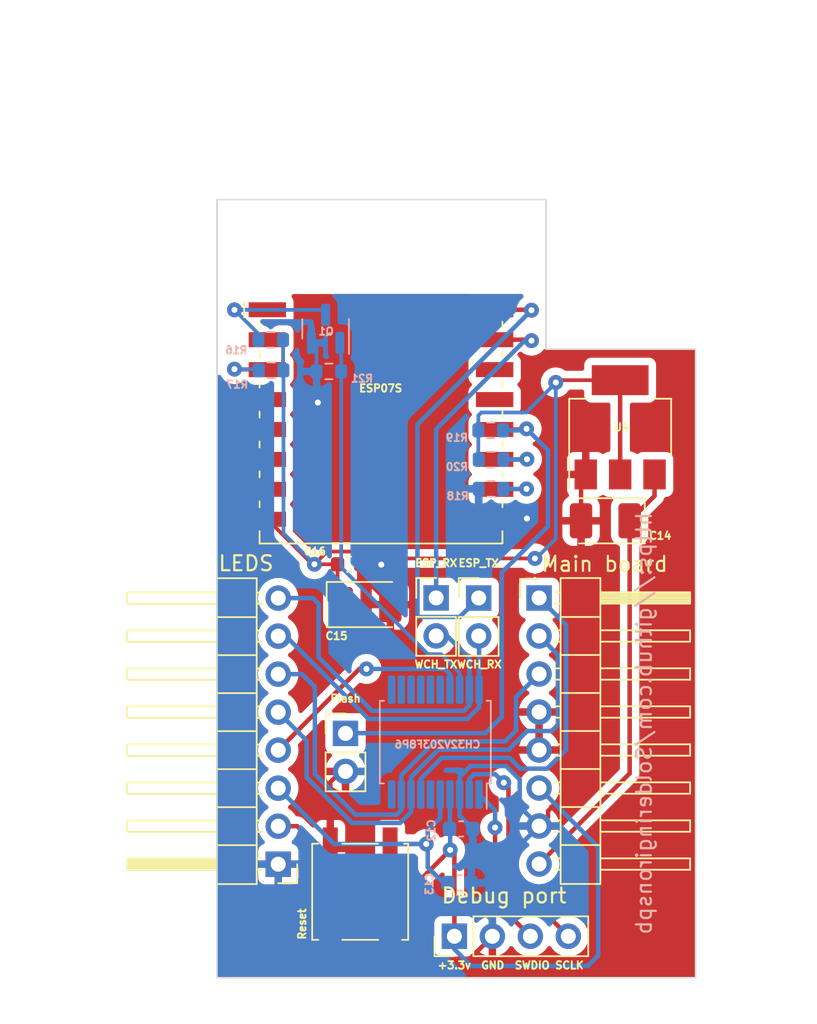
<source format=kicad_pcb>
(kicad_pcb (version 20221018) (generator pcbnew)
  (layers (0 "F.Cu" signal) (31 "B.Cu" signal) (34 "B.Paste" user) (35 "F.Paste" user) (36 "B.SilkS" user "B.Silkscreen") (37 "F.SilkS" user "F.Silkscreen") (38 "B.Mask" user) (39 "F.Mask" user) (44 "Edge.Cuts" user))
  (net 0 "")
  (net 1 "+5V")
  (net 2 "GND")
  (net 3 "+3V3")
  (net 4 "Net-(CH32V203F8P1-NRST)")
  (net 5 "Rx")
  (net 6 "SWDIO")
  (net 7 "SCLK")
  (net 9 "RO{slash}DI")
  (net 10 "Tx")
  (net 18 "Net-(CH32V203F8P1-PB15)")
  (net 19 "PA8")
  (net 20 "PA9")
  (net 21 "PA10")
  (net 22 "+3.3V")
  (net 23 "Net-(Q1-D)")
  (net 24 "Net-(U3-EN)")
  (net 25 "Net-(U3-GPIO15)")
  (net 26 "Net-(U3-GPIO0)")
  (net 27 "Net-(U3-GPIO2)")
  (net 35 "ESP_UART_Rx")
  (net 36 "ESP_UART_Tx")
  (footprint "Connector_PinHeader_2.54mm:PinHeader_1x02_P2.54mm_Vertical" (layer "F.Cu") (at 200.7616 91.1048)
    (fp_text reference "ESP_RX" (at 0 -2.33) (layer "F.SilkS") (effects (font (size 0.5 0.5) (thickness 0.125))))
    (fp_text value "PinHeader_1x02_P2.54mm_Vertical")
    (pad "1" thru_hole rect (at 0 0) (size 1.7 1.7) (drill 1) (layers "*.Cu" "*.Mask") (net 35 "ESP_UART_Rx"))
    (pad "2" thru_hole oval (at 0 2.54) (size 1.7 1.7) (drill 1) (layers "*.Cu" "*.Mask") (net 20 "PA9"))
  )
  (footprint "Button_Switch_SMD:SW_Push_1P1T_NO_CK_KSC6xxJ" (layer "F.Cu") (at 195.6816 110.744 90)
    (fp_text reference "Reset" (at -2.156 -3.8816 270) (layer "F.SilkS") (effects (font (size 0.5 0.5) (thickness 0.125))))
    (fp_text value "Reset")
    (pad "1" smd rect (at -2.9 -2 90) (size 2.8 1) (layers "F.Cu" "F.Paste" "F.Mask") (net 2 "GND"))
    (pad "1" smd rect (at 2.9 -2 90) (size 2.8 1) (layers "F.Cu" "F.Paste" "F.Mask") (net 2 "GND"))
    (pad "2" smd rect (at -2.9 2 90) (size 2.8 1) (layers "F.Cu" "F.Paste" "F.Mask") (net 4 "Net-(CH32V203F8P1-NRST)"))
    (pad "2" smd rect (at 2.9 2 90) (size 2.8 1) (layers "F.Cu" "F.Paste" "F.Mask") (net 4 "Net-(CH32V203F8P1-NRST)"))
  )
  (footprint "Connector_PinHeader_2.54mm:PinHeader_1x02_P2.54mm_Vertical" (layer "F.Cu") (at 194.7 100.16)
    (fp_text reference "Flash" (at 0 -2.33) (layer "F.SilkS") (effects (font (size 0.5 0.5) (thickness 0.125))))
    (fp_text value "PinHeader_1x02_P2.54mm_Vertical")
    (pad "1" thru_hole rect (at 0 0) (size 1.7 1.7) (drill 1) (layers "*.Cu" "*.Mask") (net 26 "Net-(U3-GPIO0)"))
    (pad "2" thru_hole oval (at 0 2.54) (size 1.7 1.7) (drill 1) (layers "*.Cu" "*.Mask") (net 2 "GND"))
  )
  (footprint "Capacitor_Tantalum_SMD:CP_EIA-3528-21_Kemet-B_Pad1.50x2.35mm_HandSolder" (layer "F.Cu") (at 212.0766 85.9532 180)
    (fp_text reference "C14" (at -3.6734 -0.9968) (layer "F.SilkS") (effects (font (size 0.5 0.5) (thickness 0.125))))
    (fp_text value "47uF")
    (pad "1" smd roundrect (at -1.625 0 180) (size 1.5 2.35) (layers "F.Cu" "F.Paste" "F.Mask") (roundrect_rratio 0.1666673333) (net 1 "+5V"))
    (pad "2" smd roundrect (at 1.625 0 180) (size 1.5 2.35) (layers "F.Cu" "F.Paste" "F.Mask") (roundrect_rratio 0.1666673333) (net 2 "GND"))
  )
  (footprint "Package_TO_SOT_SMD:SOT-223-3_TabPin2" (layer "F.Cu") (at 213.0666 79.7048 90)
    (fp_text reference "U4" (at 0.0048 0.0834 180) (layer "F.SilkS") (effects (font (size 0.5 0.5) (thickness 0.125))))
    (fp_text value "AMS1117-3.3")
    (pad "1" smd rect (at -3.15 -2.3 90) (size 2 1.5) (layers "F.Cu" "F.Paste" "F.Mask") (net 2 "GND"))
    (pad "2" smd rect (at -3.15 0 90) (size 2 1.5) (layers "F.Cu" "F.Paste" "F.Mask") (net 22 "+3.3V"))
    (pad "2" smd rect (at 3.15 0 90) (size 2 3.8) (layers "F.Cu" "F.Paste" "F.Mask") (net 22 "+3.3V"))
    (pad "3" smd rect (at -3.15 2.3 90) (size 2 1.5) (layers "F.Cu" "F.Paste" "F.Mask") (net 1 "+5V"))
  )
  (footprint "Capacitor_Tantalum_SMD:CP_EIA-3528-21_Kemet-B_Pad1.50x2.35mm_HandSolder" (layer "F.Cu") (at 196.075 91.55)
    (fp_text reference "C15" (at -1.975 2.1) (layer "F.SilkS") (effects (font (size 0.5 0.5) (thickness 0.125))))
    (fp_text value "47uF")
    (pad "1" smd roundrect (at -1.625 0) (size 1.5 2.35) (layers "F.Cu" "F.Paste" "F.Mask") (roundrect_rratio 0.1666673333) (net 22 "+3.3V"))
    (pad "2" smd roundrect (at 1.625 0) (size 1.5 2.35) (layers "F.Cu" "F.Paste" "F.Mask") (roundrect_rratio 0.1666673333) (net 2 "GND"))
  )
  (footprint "Connector_PinHeader_2.54mm:PinHeader_1x04_P2.54mm_Vertical" (layer "F.Cu") (at 201.9808 113.7158 90)
    (fp_text reference "Debug port" (at 2.7158 3.3192 180) (layer "F.SilkS"))
    (fp_text value "Debug")
    (pad "1" thru_hole rect (at 0 0 90) (size 1.7 1.7) (drill 1) (layers "*.Cu" "*.Mask") (net 3 "+3V3"))
    (pad "2" thru_hole oval (at 0 2.54 90) (size 1.7 1.7) (drill 1) (layers "*.Cu" "*.Mask") (net 2 "GND"))
    (pad "3" thru_hole oval (at 0 5.08 90) (size 1.7 1.7) (drill 1) (layers "*.Cu" "*.Mask") (net 6 "SWDIO"))
    (pad "4" thru_hole oval (at 0 7.62 90) (size 1.7 1.7) (drill 1) (layers "*.Cu" "*.Mask") (net 7 "SCLK"))
  )
  (footprint "Capacitor_SMD:C_0603_1608Metric" (layer "F.Cu") (at 194.9444 88.8576)
    (fp_text reference "C16" (at -2.2944 -0.8576) (layer "F.SilkS") (effects (font (size 0.5 0.5) (thickness 0.125))))
    (fp_text value "100nF")
    (pad "1" smd roundrect (at -0.775 0) (size 0.9 0.95) (layers "F.Cu" "F.Paste" "F.Mask") (net 22 "+3.3V"))
    (pad "2" smd roundrect (at 0.775 0) (size 0.9 0.95) (layers "F.Cu" "F.Paste" "F.Mask") (net 2 "GND"))
  )
  (footprint "Connector_PinHeader_2.54mm:PinHeader_1x08_P2.54mm_Horizontal" (layer "F.Cu") (at 207.645 91.1098)
    (fp_text reference "Main board" (at 4.385 -2.27) (layer "F.SilkS"))
    (fp_text value "PinHeader_1x08_P2.54mm_Horizontal")
    (pad "1" thru_hole rect (at 0 0) (size 1.7 1.7) (drill 1) (layers "*.Cu" "*.Mask") (net 9 "RO{slash}DI"))
    (pad "2" thru_hole oval (at 0 2.54) (size 1.7 1.7) (drill 1) (layers "*.Cu" "*.Mask") (net 10 "Tx"))
    (pad "3" thru_hole oval (at 0 5.08) (size 1.7 1.7) (drill 1) (layers "*.Cu" "*.Mask") (net 5 "Rx"))
    (pad "4" thru_hole oval (at 0 7.62) (size 1.7 1.7) (drill 1) (layers "*.Cu" "*.Mask") (net 2 "GND"))
    (pad "5" thru_hole oval (at 0 10.16) (size 1.7 1.7) (drill 1) (layers "*.Cu" "*.Mask") (net 2 "GND"))
    (pad "6" thru_hole oval (at 0 12.7) (size 1.7 1.7) (drill 1) (layers "*.Cu" "*.Mask") (net 3 "+3V3"))
    (pad "7" thru_hole oval (at 0 15.24) (size 1.7 1.7) (drill 1) (layers "*.Cu" "*.Mask") (net 2 "GND"))
    (pad "8" thru_hole oval (at 0 17.78) (size 1.7 1.7) (drill 1) (layers "*.Cu" "*.Mask") (net 1 "+5V"))
  )
  (footprint "Connector_PinHeader_2.54mm:PinHeader_1x08_P2.54mm_Horizontal" (layer "F.Cu") (at 190.2 108.9 180)
    (fp_text reference "LEDS" (at 2.15 20.1 180) (layer "F.SilkS"))
    (fp_text value "PinHeader_1x08_P2.54mm_Horizontal")
    (pad "1" thru_hole rect (at 0 0 180) (size 1.7 1.7) (drill 1) (layers "*.Cu" "*.Mask") (net 2 "GND"))
    (pad "2" thru_hole oval (at 0 2.54 180) (size 1.7 1.7) (drill 1) (layers "*.Cu" "*.Mask") (net 3 "+3V3"))
    (pad "3" thru_hole oval (at 0 5.08 180) (size 1.7 1.7) (drill 1) (layers "*.Cu" "*.Mask") (net 4 "Net-(CH32V203F8P1-NRST)"))
    (pad "4" thru_hole oval (at 0 7.62 180) (size 1.7 1.7) (drill 1) (layers "*.Cu" "*.Mask") (net 18 "Net-(CH32V203F8P1-PB15)"))
    (pad "5" thru_hole oval (at 0 10.16 180) (size 1.7 1.7) (drill 1) (layers "*.Cu" "*.Mask") (net 10 "Tx"))
    (pad "6" thru_hole oval (at 0 12.7 180) (size 1.7 1.7) (drill 1) (layers "*.Cu" "*.Mask") (net 5 "Rx"))
    (pad "7" thru_hole oval (at 0 15.24 180) (size 1.7 1.7) (drill 1) (layers "*.Cu" "*.Mask") (net 21 "PA10"))
    (pad "8" thru_hole oval (at 0 17.78 180) (size 1.7 1.7) (drill 1) (layers "*.Cu" "*.Mask") (net 20 "PA9"))
  )
  (footprint "RF_Module:ESP-07" (layer "F.Cu") (at 197.0732 76.751)
    (fp_text reference "ESP07S" (at -0.0232 0.349) (layer "F.SilkS") (effects (font (size 0.5 0.5) (thickness 0.125))))
    (fp_text value "ESP-07")
    (pad "1" smd rect (at -7.6 -4.9) (size 2.5 1) (layers "F.Cu" "F.Paste" "F.Mask") (net 23 "Net-(Q1-D)"))
    (pad "2" smd rect (at -7.6 -2.9) (size 2.5 1) (layers "F.Cu" "F.Paste" "F.Mask"))
    (pad "3" smd rect (at -7.6 -0.9) (size 2.5 1) (layers "F.Cu" "F.Paste" "F.Mask") (net 24 "Net-(U3-EN)"))
    (pad "4" smd rect (at -7.6 1.1) (size 2.5 1) (layers "F.Cu" "F.Paste" "F.Mask"))
    (pad "5" smd rect (at -7.6 3.1) (size 2.5 1) (layers "F.Cu" "F.Paste" "F.Mask"))
    (pad "6" smd rect (at -7.6 5.1) (size 2.5 1) (layers "F.Cu" "F.Paste" "F.Mask"))
    (pad "7" smd rect (at -7.6 7.1) (size 2.5 1) (layers "F.Cu" "F.Paste" "F.Mask"))
    (pad "8" smd rect (at -7.6 9.1) (size 2.5 1) (layers "F.Cu" "F.Paste" "F.Mask") (net 22 "+3.3V"))
    (pad "9" smd rect (at 7.6 9.1) (size 2.5 1) (layers "F.Cu" "F.Paste" "F.Mask") (net 2 "GND"))
    (pad "10" smd rect (at 7.6 7.1) (size 2.5 1) (layers "F.Cu" "F.Paste" "F.Mask") (net 25 "Net-(U3-GPIO15)"))
    (pad "11" smd rect (at 7.6 5.1) (size 2.5 1) (layers "F.Cu" "F.Paste" "F.Mask") (net 27 "Net-(U3-GPIO2)"))
    (pad "12" smd rect (at 7.6 3.1) (size 2.5 1) (layers "F.Cu" "F.Paste" "F.Mask") (net 26 "Net-(U3-GPIO0)"))
    (pad "13" smd rect (at 7.6 1.1) (size 2.5 1) (layers "F.Cu" "F.Paste" "F.Mask"))
    (pad "14" smd rect (at 7.6 -0.9) (size 2.5 1) (layers "F.Cu" "F.Paste" "F.Mask"))
    (pad "15" smd rect (at 7.6 -2.9) (size 2.5 1) (layers "F.Cu" "F.Paste" "F.Mask") (net 35 "ESP_UART_Rx"))
    (pad "16" smd rect (at 7.6 -4.9) (size 2.5 1) (layers "F.Cu" "F.Paste" "F.Mask") (net 36 "ESP_UART_Tx"))
    (zone (net 0) (net_name "") (layers "*.Cu") (connect_pads (clearance 0)) (min_thickness 0.254)
      (keepout (tracks not_allowed) (vias not_allowed) (pads not_allowed) (copperpour not_allowed) (footprints not_allowed))
      (fill (thermal_gap 0.508) (thermal_bridge_width 0.508))
      (polygon (pts (xy 174.0732 70.751) (xy 220.0732 70.751) (xy 220.0732 51.151) (xy 174.0732 51.151)))
    )
  )
  (footprint "Connector_PinHeader_2.54mm:PinHeader_1x02_P2.54mm_Vertical" (layer "F.Cu") (at 203.6064 91.1098)
    (fp_text reference "ESP_TX" (at 0 -2.33) (layer "F.SilkS") (effects (font (size 0.5 0.5) (thickness 0.125))))
    (fp_text value "PinHeader_1x02_P2.54mm_Vertical")
    (pad "1" thru_hole rect (at 0 0) (size 1.7 1.7) (drill 1) (layers "*.Cu" "*.Mask") (net 36 "ESP_UART_Tx"))
    (pad "2" thru_hole oval (at 0 2.54) (size 1.7 1.7) (drill 1) (layers "*.Cu" "*.Mask") (net 21 "PA10"))
  )
  (footprint "Resistor_SMD:R_0603_1608Metric" (layer "B.Cu") (at 204.4324 83.82 180)
    (fp_text reference "R18" (at 2.2324 -0.48) (layer "B.SilkS") (effects (font (size 0.5 0.5) (thickness 0.125)) (justify mirror)))
    (fp_text value "10k")
    (pad "1" smd roundrect (at -0.825 0 180) (size 0.8 0.95) (layers "B.Cu" "B.Paste" "B.Mask") (net 25 "Net-(U3-GPIO15)"))
    (pad "2" smd roundrect (at 0.825 0 180) (size 0.8 0.95) (layers "B.Cu" "B.Paste" "B.Mask") (net 2 "GND"))
  )
  (footprint "Package_TO_SOT_SMD:SOT-23" (layer "B.Cu") (at 193.3702 73.1266 90)
    (fp_text reference "Q1" (at -0.1734 0.0298 180) (layer "B.SilkS") (effects (font (size 0.5 0.5) (thickness 0.125)) (justify mirror)))
    (fp_text value "IRLML0060")
    (pad "1" smd roundrect (at -0.9375 0.95 90) (size 1.475 0.6) (layers "B.Cu" "B.Paste" "B.Mask") (net 19 "PA8"))
    (pad "2" smd roundrect (at -0.9375 -0.95 90) (size 1.475 0.6) (layers "B.Cu" "B.Paste" "B.Mask") (net 2 "GND"))
    (pad "3" smd roundrect (at 0.9375 0 90) (size 1.475 0.6) (layers "B.Cu" "B.Paste" "B.Mask") (net 23 "Net-(Q1-D)"))
  )
  (footprint "Package_SO:SSOP-20_5.3x7.2mm_P0.65mm" (layer "B.Cu") (at 200.7068 100.7416 90)
    (fp_text reference "CH32V203F8P6" (at -0.1584 0.1432 180) (layer "B.SilkS") (effects (font (size 0.5 0.5) (thickness 0.125)) (justify mirror)))
    (fp_text value "~")
    (pad "1" smd roundrect (at -3.5 2.925 90) (size 1.9 0.5) (layers "B.Cu" "B.Paste" "B.Mask") (net 6 "SWDIO"))
    (pad "2" smd roundrect (at -3.5 2.275 90) (size 1.9 0.5) (layers "B.Cu" "B.Paste" "B.Mask") (net 7 "SCLK"))
    (pad "3" smd roundrect (at -3.5 1.625 90) (size 1.9 0.5) (layers "B.Cu" "B.Paste" "B.Mask") (net 2 "GND"))
    (pad "4" smd roundrect (at -3.5 0.975 90) (size 1.9 0.5) (layers "B.Cu" "B.Paste" "B.Mask") (net 3 "+3V3"))
    (pad "5" smd roundrect (at -3.5 0.325 90) (size 1.9 0.5) (layers "B.Cu" "B.Paste" "B.Mask") (net 4 "Net-(CH32V203F8P1-NRST)"))
    (pad "6" smd roundrect (at -3.5 -0.325 90) (size 1.9 0.5) (layers "B.Cu" "B.Paste" "B.Mask"))
    (pad "7" smd roundrect (at -3.5 -0.975 90) (size 1.9 0.5) (layers "B.Cu" "B.Paste" "B.Mask") (net 9 "RO{slash}DI"))
    (pad "8" smd roundrect (at -3.5 -1.625 90) (size 1.9 0.5) (layers "B.Cu" "B.Paste" "B.Mask") (net 10 "Tx"))
    (pad "9" smd roundrect (at -3.5 -2.275 90) (size 1.9 0.5) (layers "B.Cu" "B.Paste" "B.Mask") (net 5 "Rx"))
    (pad "10" smd roundrect (at -3.5 -2.925 90) (size 1.9 0.5) (layers "B.Cu" "B.Paste" "B.Mask"))
    (pad "11" smd roundrect (at 3.5 -2.925 90) (size 1.9 0.5) (layers "B.Cu" "B.Paste" "B.Mask"))
    (pad "12" smd roundrect (at 3.5 -2.275 90) (size 1.9 0.5) (layers "B.Cu" "B.Paste" "B.Mask"))
    (pad "13" smd roundrect (at 3.5 -1.625 90) (size 1.9 0.5) (layers "B.Cu" "B.Paste" "B.Mask"))
    (pad "14" smd roundrect (at 3.5 -0.975 90) (size 1.9 0.5) (layers "B.Cu" "B.Paste" "B.Mask"))
    (pad "15" smd roundrect (at 3.5 -0.325 90) (size 1.9 0.5) (layers "B.Cu" "B.Paste" "B.Mask"))
    (pad "16" smd roundrect (at 3.5 0.325 90) (size 1.9 0.5) (layers "B.Cu" "B.Paste" "B.Mask"))
    (pad "17" smd roundrect (at 3.5 0.975 90) (size 1.9 0.5) (layers "B.Cu" "B.Paste" "B.Mask") (net 18 "Net-(CH32V203F8P1-PB15)"))
    (pad "18" smd roundrect (at 3.5 1.625 90) (size 1.9 0.5) (layers "B.Cu" "B.Paste" "B.Mask") (net 19 "PA8"))
    (pad "19" smd roundrect (at 3.5 2.275 90) (size 1.9 0.5) (layers "B.Cu" "B.Paste" "B.Mask") (net 20 "PA9"))
    (pad "20" smd roundrect (at 3.5 2.925 90) (size 1.9 0.5) (layers "B.Cu" "B.Paste" "B.Mask") (net 21 "PA10"))
  )
  (footprint "Resistor_SMD:R_0603_1608Metric" (layer "B.Cu") (at 189.7258 75.8952 180)
    (fp_text reference "R17" (at 2.2758 -0.9548) (layer "B.SilkS") (effects (font (size 0.5 0.5) (thickness 0.125)) (justify mirror)))
    (fp_text value "10k")
    (pad "1" smd roundrect (at -0.825 0 180) (size 0.8 0.95) (layers "B.Cu" "B.Paste" "B.Mask") (net 22 "+3.3V"))
    (pad "2" smd roundrect (at 0.825 0 180) (size 0.8 0.95) (layers "B.Cu" "B.Paste" "B.Mask") (net 24 "Net-(U3-EN)"))
  )
  (footprint "Resistor_SMD:R_0603_1608Metric" (layer "B.Cu") (at 204.407 79.9084)
    (fp_text reference "R19" (at -2.257 0.4916) (layer "B.SilkS") (effects (font (size 0.5 0.5) (thickness 0.125)) (justify mirror)))
    (fp_text value "10k")
    (pad "1" smd roundrect (at -0.825 0) (size 0.8 0.95) (layers "B.Cu" "B.Paste" "B.Mask") (net 22 "+3.3V"))
    (pad "2" smd roundrect (at 0.825 0) (size 0.8 0.95) (layers "B.Cu" "B.Paste" "B.Mask") (net 26 "Net-(U3-GPIO0)"))
  )
  (footprint "Resistor_SMD:R_0603_1608Metric" (layer "B.Cu") (at 193.5866 75.9714 180)
    (fp_text reference "R21" (at -2.2134 -0.4786) (layer "B.SilkS") (effects (font (size 0.5 0.5) (thickness 0.125)) (justify mirror)))
    (fp_text value "10k")
    (pad "1" smd roundrect (at -0.825 0 180) (size 0.8 0.95) (layers "B.Cu" "B.Paste" "B.Mask") (net 19 "PA8"))
    (pad "2" smd roundrect (at 0.825 0 180) (size 0.8 0.95) (layers "B.Cu" "B.Paste" "B.Mask") (net 2 "GND"))
  )
  (footprint "Resistor_SMD:R_0603_1608Metric" (layer "B.Cu") (at 204.4324 81.8642)
    (fp_text reference "R20" (at -2.2824 0.4858) (layer "B.SilkS") (effects (font (size 0.5 0.5) (thickness 0.125)) (justify mirror)))
    (fp_text value "10k")
    (pad "1" smd roundrect (at -0.825 0) (size 0.8 0.95) (layers "B.Cu" "B.Paste" "B.Mask") (net 22 "+3.3V"))
    (pad "2" smd roundrect (at 0.825 0) (size 0.8 0.95) (layers "B.Cu" "B.Paste" "B.Mask") (net 27 "Net-(U3-GPIO2)"))
  )
  (footprint "Capacitor_SMD:C_0603_1608Metric" (layer "B.Cu") (at 202.4318 106.5416)
    (fp_text reference "C12" (at -1.9888 0.0972 90) (layer "B.SilkS") (effects (font (size 0.5 0.5) (thickness 0.125)) (justify mirror)))
    (fp_text value "100nF")
    (pad "1" smd roundrect (at -0.775 0) (size 0.9 0.95) (layers "B.Cu" "B.Paste" "B.Mask") (net 3 "+3V3"))
    (pad "2" smd roundrect (at 0.775 0) (size 0.9 0.95) (layers "B.Cu" "B.Paste" "B.Mask") (net 2 "GND"))
  )
  (footprint "Capacitor_SMD:C_0603_1608Metric" (layer "B.Cu") (at 202.325 110.15)
    (fp_text reference "C13" (at -2.0142 0.0736 90) (layer "B.SilkS") (effects (font (size 0.5 0.5) (thickness 0.125)) (justify mirror)))
    (fp_text value "100nF")
    (pad "1" smd roundrect (at -0.775 0) (size 0.9 0.95) (layers "B.Cu" "B.Paste" "B.Mask") (net 4 "Net-(CH32V203F8P1-NRST)"))
    (pad "2" smd roundrect (at 0.775 0) (size 0.9 0.95) (layers "B.Cu" "B.Paste" "B.Mask") (net 2 "GND"))
  )
  (footprint "Resistor_SMD:R_0603_1608Metric" (layer "B.Cu") (at 189.7004 73.8632 180)
    (fp_text reference "R16" (at 2.3004 -0.6868) (layer "B.SilkS") (effects (font (size 0.5 0.5) (thickness 0.125)) (justify mirror)))
    (fp_text value "10k")
    (pad "1" smd roundrect (at -0.825 0 180) (size 0.8 0.95) (layers "B.Cu" "B.Paste" "B.Mask") (net 22 "+3.3V"))
    (pad "2" smd roundrect (at 0.825 0 180) (size 0.8 0.95) (layers "B.Cu" "B.Paste" "B.Mask") (net 23 "Net-(Q1-D)"))
  )
  (gr_line (start 218.1058 116.4844) (end 218.1058 74.4844) (stroke (width 0.1)) (layer "Edge.Cuts"))
  (gr_line (start 208.1058 74.4844) (end 208.1058 64.4844) (stroke (width 0.1)) (layer "Edge.Cuts"))
  (gr_line (start 208.1058 64.4844) (end 186.1058 64.4844) (stroke (width 0.1)) (layer "Edge.Cuts"))
  (gr_line (start 218.1058 74.4844) (end 208.1058 74.4844) (stroke (width 0.1)) (layer "Edge.Cuts"))
  (gr_line (start 186.1058 66.4844) (end 186.1058 74.4844) (stroke (width 0.1)) (layer "Edge.Cuts"))
  (gr_line (start 186.1058 116.4844) (end 186.1058 74.4844) (stroke (width 0.1)) (layer "Edge.Cuts"))
  (gr_line (start 186.1058 64.4844) (end 186.1058 66.4844) (stroke (width 0.1)) (layer "Edge.Cuts"))
  (gr_line (start 186.1058 116.4844) (end 218.1058 116.4844) (stroke (width 0.1)) (layer "Edge.Cuts"))
  (gr_text "https://github.com/Solderingironspb" (at 215.25 85.3 90) (layer "B.SilkS") (effects (font (size 1 1)) (justify left bottom mirror)))
  (gr_text "WCH_RX" (at 203.65 95.55) (layer "F.SilkS") (effects (font (size 0.5 0.5) (thickness 0.125))))
  (gr_text "+3.3v" (at 200.8 115.95) (layer "F.SilkS") (effects (font (size 0.5 0.5) (thickness 0.125)) (justify left bottom)))
  (gr_text "WCH_TX" (at 200.75 95.55) (layer "F.SilkS") (effects (font (size 0.5 0.5) (thickness 0.125))))
  (gr_text "GND" (at 203.7 115.95) (layer "F.SilkS") (effects (font (size 0.5 0.5) (thickness 0.125)) (justify left bottom)))
  (gr_text "SCLK" (at 208.65 115.95) (layer "F.SilkS") (effects (font (size 0.5 0.5) (thickness 0.125)) (justify left bottom)))
  (gr_text "SWDIO" (at 205.95 115.95) (layer "F.SilkS") (effects (font (size 0.5 0.5) (thickness 0.125)) (justify left bottom)))
  (segment (start 213.7016 85.9532) (end 215.3666 84.2882) (width 0.3) (layer "F.Cu") (net 1))
  (segment (start 207.645 108.8898) (end 213.7016 102.8332) (width 0.3) (layer "F.Cu") (net 1))
  (segment (start 213.7016 102.8332) (end 213.7016 85.9532) (width 0.3) (layer "F.Cu") (net 1))
  (segment (start 215.3666 84.2882) (end 215.3666 82.8548) (width 0.3) (layer "F.Cu") (net 1))
  (segment (start 193.9 115.8) (end 193.6816 115.5816) (width 0.3) (layer "F.Cu") (net 2))
  (segment (start 204.6732 85.851) (end 200.751 85.851) (width 0.3) (layer "F.Cu") (net 2))
  (segment (start 204.6732 85.851) (end 206.8322 85.8012) (width 0.3) (layer "F.Cu") (net 2))
  (segment (start 195.7194 88.8576) (end 195.7194 89.5694) (width 0.25) (layer "F.Cu") (net 2))
  (segment (start 210.3494 85.851) (end 210.4516 85.9532) (width 0.3) (layer "F.Cu") (net 2))
  (segment (start 192.95 78.05) (end 192.85 78.05) (width 0.3) (layer "F.Cu") (net 2))
  (segment (start 207.645 98.7298) (end 203.2798 98.7298) (width 0.3) (layer "F.Cu") (net 2))
  (segment (start 193.6816 103.4184) (end 194.75 102.35) (width 0.3) (layer "F.Cu") (net 2))
  (segment (start 210.4516 83.1698) (end 210.7666 82.8548) (width 0.3) (layer "F.Cu") (net 2))
  (segment (start 200.751 85.851) (end 192.95 78.05) (width 0.3) (layer "F.Cu") (net 2))
  (segment (start 210.4516 103.13848) (end 210.4516 85.9532) (width 0.3) (layer "F.Cu") (net 2))
  (segment (start 207.645 106.3498) (end 208.243568 105.751232) (width 0.3) (layer "F.Cu") (net 2))
  (segment (start 190.2 110.1624) (end 193.6816 113.644) (width 0.3) (layer "F.Cu") (net 2))
  (segment (start 202.4366 115.8) (end 193.9 115.8) (width 0.3) (layer "F.Cu") (net 2))
  (segment (start 197.7 93.15) (end 197.7 91.55) (width 0.3) (layer "F.Cu") (net 2))
  (segment (start 204.5208 113.7158) (end 202.4366 115.8) (width 0.3) (layer "F.Cu") (net 2))
  (segment (start 206.8058 85.851) (end 206.8068 85.852) (width 0.3) (layer "F.Cu") (net 2))
  (segment (start 206.9842 85.9532) (end 206.8322 85.8012) (width 0.3) (layer "F.Cu") (net 2))
  (segment (start 195.7194 88.8576) (end 197.0656 88.8576) (width 0.25) (layer "F.Cu") (net 2))
  (segment (start 195.7194 89.5694) (end 197.7 91.55) (width 0.25) (layer "F.Cu") (net 2))
  (segment (start 206.8322 85.8012) (end 206.8058 85.851) (width 0.3) (layer "F.Cu") (net 2))
  (segment (start 203.2798 98.7298) (end 197.7 93.15) (width 0.3) (layer "F.Cu") (net 2))
  (segment (start 210.4516 85.9532) (end 210.4516 83.1698) (width 0.3) (layer "F.Cu") (net 2))
  (segment (start 208.243568 105.751232) (end 208.243568 105.346512) (width 0.3) (layer "F.Cu") (net 2))
  (segment (start 192.85 77.95) (end 192.925 78.025) (width 0.3) (layer "F.Cu") (net 2))
  (segment (start 204.8012 85.979) (end 204.6732 85.851) (width 0.3) (layer "F.Cu") (net 2))
  (segment (start 193.6816 107.844) (end 193.6816 103.4184) (width 0.3) (layer "F.Cu") (net 2))
  (segment (start 197.0656 88.8576) (end 197.091 88.883) (width 0.25) (layer "F.Cu") (net 2))
  (segment (start 210.4516 85.9532) (end 206.9842 85.9532) (width 0.3) (layer "F.Cu") (net 2))
  (segment (start 193.6816 115.5816) (end 193.6816 113.644) (width 0.3) (layer "F.Cu") (net 2))
  (segment (start 192.85 78.05) (end 192.85 77.95) (width 0.3) (layer "F.Cu") (net 2))
  (segment (start 190.2 108.9) (end 190.2 110.1624) (width 0.3) (layer "F.Cu") (net 2))
  (segment (start 208.243568 105.346512) (end 210.4516 103.13848) (width 0.3) (layer "F.Cu") (net 2))
  (via (at 197.091 88.883) (size 1) (drill 0.4) (layers "F.Cu" "B.Cu") (net 2))
  (via (at 206.8322 85.8012) (size 1) (drill 0.4) (layers "F.Cu" "B.Cu") (net 2))
  (via (at 192.85 78.05) (size 1) (drill 0.4) (layers "F.Cu" "B.Cu") (net 2))
  (segment (start 202.3318 105.6666) (end 203.2068 106.5416) (width 0.3) (layer "B.Cu") (net 2))
  (segment (start 203.6074 83.82) (end 203.6074 84.8624) (width 0.3) (layer "B.Cu") (net 2))
  (segment (start 203.1 110.15) (end 203.1 111.25) (width 0.3) (layer "B.Cu") (net 2))
  (segment (start 202.3318 103.071321) (end 203.061521 102.3416) (width 0.3) (layer "B.Cu") (net 2))
  (segment (start 204.5462 85.8012) (end 206.8322 85.8012) (width 0.3) (layer "B.Cu") (net 2))
  (segment (start 192.7616 77.9616) (end 192.85 78.05) (width 0.25) (layer "B.Cu") (net 2))
  (segment (start 197.091 88.8068) (end 197.091 88.883) (width 0.25) (layer "B.Cu") (net 2))
  (segment (start 205.442993 102.3416) (end 206.35 103.248607) (width 0.3) (layer "B.Cu") (net 2))
  (segment (start 192.7616 75.9714) (end 192.7616 74.4055) (width 0.25) (layer "B.Cu") (net 2))
  (segment (start 203.8448 110.15) (end 207.645 106.3498) (width 0.3) (layer "B.Cu") (net 2))
  (segment (start 202.3318 103.6416) (end 202.3318 105.6666) (width 0.3) (layer "B.Cu") (net 2))
  (segment (start 203.1 111.25) (end 204.5208 112.6708) (width 0.3) (layer "B.Cu") (net 2))
  (segment (start 206.35 103.248607) (end 206.35 105.0548) (width 0.3) (layer "B.Cu") (net 2))
  (segment (start 192.7616 75.9714) (end 192.7616 77.9616) (width 0.25) (layer "B.Cu") (net 2))
  (segment (start 206.35 105.0548) (end 207.645 106.3498) (width 0.3) (layer "B.Cu") (net 2))
  (segment (start 202.3318 104.2416) (end 202.3318 103.071321) (width 0.3) (layer "B.Cu") (net 2))
  (segment (start 192.7616 74.4055) (end 192.4202 74.0641) (width 0.25) (layer "B.Cu") (net 2))
  (segment (start 203.6074 84.8624) (end 204.5462 85.8012) (width 0.3) (layer "B.Cu") (net 2))
  (segment (start 197.091 88.883) (end 197.0148 88.883) (width 0.25) (layer "B.Cu") (net 2))
  (segment (start 197.0148 88.883) (end 197.0402 88.8576) (width 0.25) (layer "B.Cu") (net 2))
  (segment (start 203.1 110.15) (end 203.8448 110.15) (width 0.3) (layer "B.Cu") (net 2))
  (segment (start 204.5208 112.6708) (end 204.5208 113.7158) (width 0.3) (layer "B.Cu") (net 2))
  (segment (start 203.061521 102.3416) (end 205.442993 102.3416) (width 0.3) (layer "B.Cu") (net 2))
  (segment (start 192.567291 110.217291) (end 191.95 109.6) (width 0.3) (layer "F.Cu") (net 3))
  (segment (start 199.432709 110.217291) (end 192.567291 110.217291) (width 0.3) (layer "F.Cu") (net 3))
  (segment (start 191.46 106.36) (end 190.2 106.36) (width 0.3) (layer "F.Cu") (net 3))
  (segment (start 191.95 106.85) (end 191.46 106.36) (width 0.3) (layer "F.Cu") (net 3))
  (segment (start 191.95 109.6) (end 191.95 106.85) (width 0.3) (layer "F.Cu") (net 3))
  (segment (start 201.7 107.95) (end 199.432709 110.217291) (width 0.3) (layer "F.Cu") (net 3))
  (segment (start 201.7 107.95) (end 201.9808 108.2308) (width 0.3) (layer "F.Cu") (net 3))
  (segment (start 201.9808 108.2308) (end 201.9808 113.7158) (width 0.3) (layer "F.Cu") (net 3))
  (via (at 201.7 107.95) (size 1) (drill 0.4) (layers "F.Cu" "B.Cu") (net 3))
  (segment (start 201.7 106.5848) (end 201.6568 106.5416) (width 0.3) (layer "B.Cu") (net 3))
  (segment (start 201.6818 104.2416) (end 201.6818 106.5166) (width 0.3) (layer "B.Cu") (net 3))
  (segment (start 203.1 115.7) (end 210.9 115.7) (width 0.3) (layer "B.Cu") (net 3))
  (segment (start 201.7 107.95) (end 201.7 106.5848) (width 0.3) (layer "B.Cu") (net 3))
  (segment (start 201.9808 113.7158) (end 201.9808 114.5808) (width 0.3) (layer "B.Cu") (net 3))
  (segment (start 201.9808 114.5808) (end 203.1 115.7) (width 0.3) (layer "B.Cu") (net 3))
  (segment (start 211.6 115) (end 211.6 107.7648) (width 0.3) (layer "B.Cu") (net 3))
  (segment (start 201.6818 106.5166) (end 201.6568 106.5416) (width 0.3) (layer "B.Cu") (net 3))
  (segment (start 210.9 115.7) (end 211.6 115) (width 0.3) (layer "B.Cu") (net 3))
  (segment (start 211.6 107.7648) (end 207.645 103.8098) (width 0.3) (layer "B.Cu") (net 3))
  (segment (start 200.1 107.55) (end 197.9756 107.55) (width 0.3) (layer "F.Cu") (net 4))
  (segment (start 197.9756 107.55) (end 197.6816 107.844) (width 0.3) (layer "F.Cu") (net 4))
  (via (at 200.1 107.55) (size 1) (drill 0.4) (layers "F.Cu" "B.Cu") (net 4))
  (segment (start 200.75 109.65) (end 201.25 110.15) (width 0.3) (layer "B.Cu") (net 4))
  (segment (start 201.0318 104.327996) (end 201.0318 103.6416) (width 0.3) (layer "B.Cu") (net 4))
  (segment (start 201.0318 104.2416) (end 201.0318 105.807716) (width 0.3) (layer "B.Cu") (net 4))
  (segment (start 201.0318 105.807716) (end 200.2 106.639516) (width 0.3) (layer "B.Cu") (net 4))
  (segment (start 200.7524 109.6476) (end 200.75 109.65) (width 0.3) (layer "B.Cu") (net 4))
  (segment (start 201.25 110.15) (end 201.55 110.15) (width 0.3) (layer "B.Cu") (net 4))
  (segment (start 200.1 107.55) (end 193.93 107.55) (width 0.3) (layer "B.Cu") (net 4))
  (segment (start 193.93 107.55) (end 190.2 103.82) (width 0.3) (layer "B.Cu") (net 4))
  (segment (start 200.2 106.639516) (end 200.2 107.45) (width 0.3) (layer "B.Cu") (net 4))
  (segment (start 200.2 109.1) (end 200.75 109.65) (width 0.3) (layer "B.Cu") (net 4))
  (segment (start 200.2 107.45) (end 200.1 107.55) (width 0.3) (layer "B.Cu") (net 4))
  (segment (start 200.2 107.65) (end 200.2 109.1) (width 0.3) (layer "B.Cu") (net 4))
  (segment (start 200.1 107.55) (end 200.2 107.65) (width 0.3) (layer "B.Cu") (net 4))
  (segment (start 206.1 99.972182) (end 206.1 97.7348) (width 0.3) (layer "B.Cu") (net 5))
  (segment (start 198.4318 105.284062) (end 198.124262 105.5916) (width 0.3) (layer "B.Cu") (net 5))
  (segment (start 195.369418 105.5916) (end 192.65 102.872182) (width 0.3) (layer "B.Cu") (net 5))
  (segment (start 206.1 97.7348) (end 207.645 96.1898) (width 0.3) (layer "B.Cu") (net 5))
  (segment (start 198.4318 104.2416) (end 198.4318 105.284062) (width 0.3) (layer "B.Cu") (net 5))
  (segment (start 198.4318 102.943504) (end 200.683704 100.6916) (width 0.3) (layer "B.Cu") (net 5))
  (segment (start 192.65 97.05) (end 191.8 96.2) (width 0.3) (layer "B.Cu") (net 5))
  (segment (start 198.4318 104.2416) (end 198.4318 102.943504) (width 0.3) (layer "B.Cu") (net 5))
  (segment (start 198.124262 105.5916) (end 195.369418 105.5916) (width 0.3) (layer "B.Cu") (net 5))
  (segment (start 192.65 102.872182) (end 192.65 97.05) (width 0.3) (layer "B.Cu") (net 5))
  (segment (start 205.380582 100.6916) (end 206.1 99.972182) (width 0.3) (layer "B.Cu") (net 5))
  (segment (start 200.683704 100.6916) (end 205.380582 100.6916) (width 0.3) (layer "B.Cu") (net 5))
  (segment (start 191.8 96.2) (end 190.2 96.2) (width 0.3) (layer "B.Cu") (net 5))
  (segment (start 204.7 111.355) (end 207.0608 113.7158) (width 0.3) (layer "F.Cu") (net 6))
  (segment (start 204.7 106.45) (end 204.7 111.355) (width 0.3) (layer "F.Cu") (net 6))
  (via (at 204.7 106.45) (size 1) (drill 0.4) (layers "F.Cu" "B.Cu") (net 6))
  (segment (start 204.7 105.3098) (end 203.6318 104.2416) (width 0.3) (layer "B.Cu") (net 6))
  (segment (start 204.7 106.45) (end 204.7 105.3098) (width 0.3) (layer "B.Cu") (net 6))
  (segment (start 205.2828 103.4542) (end 205.6 103.7714) (width 0.3) (layer "F.Cu") (net 7))
  (segment (start 205.6 103.7714) (end 205.6 109.715) (width 0.3) (layer "F.Cu") (net 7))
  (segment (start 205.6 109.715) (end 209.6008 113.7158) (width 0.3) (layer "F.Cu") (net 7))
  (via (at 205.2828 103.4542) (size 1) (drill 0.4) (layers "F.Cu" "B.Cu") (net 7))
  (segment (start 205.359 103.4542) (end 205.3082 103.4034) (width 0.3) (layer "B.Cu") (net 7))
  (segment (start 204.7202 102.8916) (end 205.2828 103.4542) (width 0.3) (layer "B.Cu") (net 7))
  (segment (start 203.289338 102.8916) (end 204.7202 102.8916) (width 0.3) (layer "B.Cu") (net 7))
  (segment (start 205.2828 103.4542) (end 205.359 103.4542) (width 0.3) (layer "B.Cu") (net 7))
  (segment (start 205.2828 103.378) (end 205.2828 103.4542) (width 0.3) (layer "B.Cu") (net 7))
  (segment (start 202.9818 103.199139) (end 203.289338 102.8916) (width 0.3) (layer "B.Cu") (net 7))
  (segment (start 202.9818 104.2416) (end 202.9818 103.199139) (width 0.3) (layer "B.Cu") (net 7))
  (segment (start 205.67081 101.7916) (end 201.139338 101.7916) (width 0.3) (layer "B.Cu") (net 9))
  (segment (start 209.45 101.25) (end 208.184856 102.515144) (width 0.3) (layer "B.Cu") (net 9))
  (segment (start 209.45 92.9148) (end 209.45 101.25) (width 0.3) (layer "B.Cu") (net 9))
  (segment (start 207.6318 91.123) (end 207.645 91.1098) (width 0.3) (layer "B.Cu") (net 9))
  (segment (start 208.184856 102.515144) (end 206.394355 102.515144) (width 0.3) (layer "B.Cu") (net 9))
  (segment (start 201.139338 101.7916) (end 199.7318 103.199138) (width 0.3) (layer "B.Cu") (net 9))
  (segment (start 206.394355 102.515144) (end 205.67081 101.7916) (width 0.3) (layer "B.Cu") (net 9))
  (segment (start 207.645 91.1098) (end 209.45 92.9148) (width 0.3) (layer "B.Cu") (net 9))
  (segment (start 199.7318 103.199138) (end 199.7318 104.2416) (width 0.3) (layer "B.Cu") (net 9))
  (segment (start 206.85 100) (end 208.5 100) (width 0.3) (layer "B.Cu") (net 10))
  (segment (start 199.0818 105.411879) (end 198.352079 106.1416) (width 0.3) (layer "B.Cu") (net 10))
  (segment (start 198.352079 106.1416) (end 195.1416 106.1416) (width 0.3) (layer "B.Cu") (net 10))
  (segment (start 200.911521 101.2416) (end 205.65 101.2416) (width 0.3) (layer "B.Cu") (net 10))
  (segment (start 208.5 100) (end 208.9 99.6) (width 0.3) (layer "B.Cu") (net 10))
  (segment (start 192.1 103.1) (end 192.1 100.64) (width 0.3) (layer "B.Cu") (net 10))
  (segment (start 205.65 101.2) (end 206.85 100) (width 0.3) (layer "B.Cu") (net 10))
  (segment (start 205.65 101.2416) (end 205.65 101.2) (width 0.3) (layer "B.Cu") (net 10))
  (segment (start 192.1 100.64) (end 190.2 98.74) (width 0.3) (layer "B.Cu") (net 10))
  (segment (start 208.9 99.6) (end 208.9 94.9048) (width 0.3) (layer "B.Cu") (net 10))
  (segment (start 195.1416 106.1416) (end 192.1 103.1) (width 0.3) (layer "B.Cu") (net 10))
  (segment (start 199.0818 104.2416) (end 199.0818 103.071321) (width 0.3) (layer "B.Cu") (net 10))
  (segment (start 199.0818 104.2416) (end 199.0818 105.411879) (width 0.3) (layer "B.Cu") (net 10))
  (segment (start 199.0818 103.071321) (end 200.911521 101.2416) (width 0.3) (layer "B.Cu") (net 10))
  (segment (start 208.9 94.9048) (end 207.645 93.6498) (width 0.3) (layer "B.Cu") (net 10))
  (segment (start 195.63 95.85) (end 196.1 95.85) (width 0.3) (layer "F.Cu") (net 18))
  (segment (start 190.2 101.28) (end 195.63 95.85) (width 0.3) (layer "F.Cu") (net 18))
  (via (at 196.1 95.85) (size 1) (drill 0.4) (layers "F.Cu" "B.Cu") (net 18))
  (segment (start 196.1 95.85) (end 196.35 95.85) (width 0.3) (layer "B.Cu") (net 18))
  (segment (start 201.6818 97.2416) (end 201.6818 96.199138) (width 0.3) (layer "B.Cu") (net 18))
  (segment (start 201.332662 95.85) (end 196.1 95.85) (width 0.3) (layer "B.Cu") (net 18))
  (segment (start 201.6818 96.199138) (end 201.332662 95.85) (width 0.3) (layer "B.Cu") (net 18))
  (segment (start 194.4116 89.0616) (end 194.4116 75.9714) (width 0.25) (layer "B.Cu") (net 19))
  (segment (start 200.215144 94.865144) (end 194.4116 89.0616) (width 0.25) (layer "B.Cu") (net 19))
  (segment (start 194.4116 74.1555) (end 194.3202 74.0641) (width 0.25) (layer "B.Cu") (net 19))
  (segment (start 202.3318 96.106676) (end 201.090268 94.865144) (width 0.25) (layer "B.Cu") (net 19))
  (segment (start 201.090268 94.865144) (end 200.215144 94.865144) (width 0.25) (layer "B.Cu") (net 19))
  (segment (start 202.3318 97.2416) (end 202.3318 96.106676) (width 0.25) (layer "B.Cu") (net 19))
  (segment (start 194.4116 75.9714) (end 194.4116 74.1555) (width 0.25) (layer "B.Cu") (net 19))
  (segment (start 192.9 95.073528) (end 192.9 91.5) (width 0.3) (layer "B.Cu") (net 20))
  (segment (start 202.9818 98.284062) (end 202.615862 98.65) (width 0.3) (layer "B.Cu") (net 20))
  (segment (start 202.615862 98.65) (end 196.476472 98.65) (width 0.3) (layer "B.Cu") (net 20))
  (segment (start 202.9818 97.2416) (end 202.9818 95.1334) (width 0.3) (layer "B.Cu") (net 20))
  (segment (start 202.9818 95.1334) (end 201.4932 93.6448) (width 0.3) (layer "B.Cu") (net 20))
  (segment (start 196.476472 98.65) (end 192.9 95.073528) (width 0.3) (layer "B.Cu") (net 20))
  (segment (start 202.9818 97.2416) (end 202.9818 98.284062) (width 0.3) (layer "B.Cu") (net 20))
  (segment (start 192.52 91.12) (end 190.2 91.12) (width 0.3) (layer "B.Cu") (net 20))
  (segment (start 192.9 91.5) (end 192.52 91.12) (width 0.3) (layer "B.Cu") (net 20))
  (segment (start 201.4932 93.6448) (end 200.7616 93.6448) (width 0.3) (layer "B.Cu") (net 20))
  (segment (start 203.6318 97.2416) (end 203.6318 98.41188) (width 0.3) (layer "B.Cu") (net 21))
  (segment (start 203.6318 97.2416) (end 203.6318 93.6752) (width 0.3) (layer "B.Cu") (net 21))
  (segment (start 203.6318 98.41188) (end 202.843679 99.2) (width 0.3) (layer "B.Cu") (net 21))
  (segment (start 190.708654 93.66) (end 190.2 93.66) (width 0.3) (layer "B.Cu") (net 21))
  (segment (start 202.843679 99.2) (end 196.248654 99.2) (width 0.3) (layer "B.Cu") (net 21))
  (segment (start 203.6318 93.6752) (end 203.6064 93.6498) (width 0.3) (layer "B.Cu") (net 21))
  (segment (start 196.248654 99.2) (end 190.708654 93.66) (width 0.3) (layer "B.Cu") (net 21))
  (segment (start 208.7626 76.708) (end 208.9158 76.5548) (width 0.25) (layer "F.Cu") (net 22))
  (segment (start 198.548682 88.4682) (end 198.088082 88.0076) (width 0.25) (layer "F.Cu") (net 22))
  (segment (start 194.1694 91.2694) (end 194.45 91.55) (width 0.25) (layer "F.Cu") (net 22))
  (segment (start 192.4798 88.8576) (end 189.4732 85.851) (width 0.25) (layer "F.Cu") (net 22))
  (segment (start 192.6206 88.8576) (end 194.1694 88.8576) (width 0.25) (layer "F.Cu") (net 22))
  (segment (start 193.4706 88.0076) (end 192.6206 88.8576) (width 0.25) (layer "F.Cu") (net 22))
  (segment (start 213.0666 82.8548) (end 213.0666 76.5548) (width 0.3) (layer "F.Cu") (net 22))
  (segment (start 194.1694 88.8576) (end 194.1694 91.2694) (width 0.25) (layer "F.Cu") (net 22))
  (segment (start 189.458 85.8662) (end 189.4732 85.851) (width 0.25) (layer "F.Cu") (net 22))
  (segment (start 208.9158 76.5548) (end 213.0666 76.5548) (width 0.25) (layer "F.Cu") (net 22))
  (segment (start 207.3656 88.4682) (end 198.548682 88.4682) (width 0.25) (layer "F.Cu") (net 22))
  (segment (start 192.6206 88.8576) (end 192.4798 88.8576) (width 0.25) (layer "F.Cu") (net 22))
  (segment (start 198.088082 88.0076) (end 193.4706 88.0076) (width 0.25) (layer "F.Cu") (net 22))
  (via (at 192.6206 88.8576) (size 1) (drill 0.4) (layers "F.Cu" "B.Cu") (net 22))
  (via (at 207.3656 88.4682) (size 1) (drill 0.4) (layers "F.Cu" "B.Cu") (net 22))
  (via (at 208.7626 76.708) (size 1) (drill 0.4) (layers "F.Cu" "B.Cu") (net 22))
  (segment (start 207.3656 88.4682) (end 207.3656 88.5444) (width 0.25) (layer "B.Cu") (net 22))
  (segment (start 208.7626 76.7334) (end 208.7626 76.708) (width 0.25) (layer "B.Cu") (net 22))
  (segment (start 190.5254 75.8698) (end 190.5508 75.8952) (width 0.25) (layer "B.Cu") (net 22))
  (segment (start 190.5508 86.7878) (end 192.6206 88.8576) (width 0.25) (layer "B.Cu") (net 22))
  (segment (start 208.7626 76.708) (end 208.7626 87.1474) (width 0.25) (layer "B.Cu") (net 22))
  (segment (start 203.582 79.9084) (end 203.582 81.8388) (width 0.25) (layer "B.Cu") (net 22))
  (segment (start 207.4418 88.4682) (end 207.3656 88.4682) (width 0.25) (layer "B.Cu") (net 22))
  (segment (start 208.788 76.708) (end 208.7626 76.7334) (width 0.25) (layer "B.Cu") (net 22))
  (segment (start 203.582 78.9168) (end 203.7842 78.7146) (width 0.25) (layer "B.Cu") (net 22))
  (segment (start 203.7842 78.7146) (end 206.7814 78.7146) (width 0.25) (layer "B.Cu") (net 22))
  (segment (start 203.582 81.8388) (end 203.6074 81.8642) (width 0.25) (layer "B.Cu") (net 22))
  (segment (start 208.7626 76.708) (end 208.788 76.708) (width 0.25) (layer "B.Cu") (net 22))
  (segment (start 190.5254 73.8632) (end 190.5254 75.8698) (width 0.25) (layer "B.Cu") (net 22))
  (segment (start 207.3656 88.5444) (end 207.3148 88.5952) (width 0.25) (layer "B.Cu") (net 22))
  (segment (start 203.582 79.9084) (end 203.582 78.9168) (width 0.25) (layer "B.Cu") (net 22))
  (segment (start 208.7626 87.1474) (end 207.4418 88.4682) (width 0.25) (layer "B.Cu") (net 22))
  (segment (start 206.7814 78.7146) (end 208.7626 76.7334) (width 0.25) (layer "B.Cu") (net 22))
  (segment (start 190.5508 75.8952) (end 190.5508 86.7878) (width 0.25) (layer "B.Cu") (net 22))
  (segment (start 189.4732 71.851) (end 187.279804 71.851) (width 0.25) (layer "F.Cu") (net 23))
  (segment (start 187.279804 71.851) (end 187.274204 71.8566) (width 0.25) (layer "F.Cu") (net 23))
  (via (at 187.274204 71.8566) (size 1) (drill 0.4) (layers "F.Cu" "B.Cu") (net 23))
  (segment (start 188.8754 73.457796) (end 187.274204 71.8566) (width 0.25) (layer "B.Cu") (net 23))
  (segment (start 187.274204 71.8566) (end 193.0377 71.8566) (width 0.25) (layer "B.Cu") (net 23))
  (segment (start 188.8754 73.8632) (end 188.8754 73.457796) (width 0.25) (layer "B.Cu") (net 23))
  (segment (start 193.0377 71.8566) (end 193.3702 72.1891) (width 0.25) (layer "B.Cu") (net 23))
  (segment (start 187.1406 75.851) (end 187.1218 75.8698) (width 0.25) (layer "F.Cu") (net 24))
  (segment (start 189.4732 75.851) (end 187.3062 75.851) (width 0.25) (layer "F.Cu") (net 24))
  (segment (start 187.2422 75.851) (end 187.1406 75.851) (width 0.25) (layer "F.Cu") (net 24))
  (segment (start 187.3062 75.851) (end 187.2742 75.819) (width 0.25) (layer "F.Cu") (net 24))
  (segment (start 187.2742 75.819) (end 187.2422 75.851) (width 0.25) (layer "F.Cu") (net 24))
  (via (at 187.2742 75.819) (size 1) (drill 0.4) (layers "F.Cu" "B.Cu") (net 24))
  (segment (start 188.8246 75.819) (end 188.9008 75.8952) (width 0.25) (layer "B.Cu") (net 24))
  (segment (start 187.2742 75.819) (end 188.8246 75.819) (width 0.25) (layer "B.Cu") (net 24))
  (segment (start 204.6732 83.851) (end 206.8068 83.82) (width 0.3) (layer "F.Cu") (net 25))
  (segment (start 206.8124 83.851) (end 206.8322 83.8708) (width 0.3) (layer "F.Cu") (net 25))
  (segment (start 206.8068 83.82) (end 206.8124 83.851) (width 0.3) (layer "F.Cu") (net 25))
  (via (at 206.8068 83.82) (size 1) (drill 0.4) (layers "F.Cu" "B.Cu") (net 25))
  (segment (start 205.2574 83.82) (end 206.8068 83.82) (width 0.3) (layer "B.Cu") (net 25))
  (segment (start 204.6732 79.851) (end 206.6864 79.851) (width 0.3) (layer "F.Cu") (net 26))
  (segment (start 206.8068 79.8068) (end 206.8068 79.7306) (width 0.3) (layer "F.Cu") (net 26))
  (segment (start 206.7306 79.8068) (end 206.8068 79.8068) (width 0.3) (layer "F.Cu") (net 26))
  (segment (start 206.6864 79.851) (end 206.7306 79.8068) (width 0.3) (layer "F.Cu") (net 26))
  (segment (start 206.8068 79.7306) (end 206.7306 79.8068) (width 0.3) (layer "F.Cu") (net 26))
  (via (at 206.8068 79.8068) (size 1) (drill 0.4) (layers "F.Cu" "B.Cu") (net 26))
  (segment (start 206.8068 79.8068) (end 208.2376 81.2376) (width 0.3) (layer "B.Cu") (net 26))
  (segment (start 206.7052 79.9084) (end 206.8068 79.8068) (width 0.3) (layer "B.Cu") (net 26))
  (segment (start 208.2376 81.2376) (end 208.2376 86.323407) (width 0.3) (layer "B.Cu") (net 26))
  (segment (start 194.7 100.16) (end 194.7184 100.1416) (width 0.3) (layer "B.Cu") (net 26))
  (segment (start 204.0584 100.1416) (end 205.15 99.05) (width 0.3) (layer "B.Cu") (net 26))
  (segment (start 194.7184 100.1416) (end 204.0584 100.1416) (width 0.3) (layer "B.Cu") (net 26))
  (segment (start 205.232 79.9084) (end 206.7052 79.9084) (width 0.3) (layer "B.Cu") (net 26))
  (segment (start 205.15 97.6) (end 205.15 97.671496) (width 0.3) (layer "B.Cu") (net 26))
  (segment (start 205.15 99.05) (end 205.15 97.6) (width 0.3) (layer "B.Cu") (net 26))
  (segment (start 205.15 89.411007) (end 205.15 97.6) (width 0.3) (layer "B.Cu") (net 26))
  (segment (start 208.2376 86.323407) (end 205.15 89.411007) (width 0.3) (layer "B.Cu") (net 26))
  (segment (start 206.8322 81.8388) (end 206.8322 81.9912) (width 0.3) (layer "F.Cu") (net 27))
  (segment (start 206.6798 81.8388) (end 206.8322 81.8388) (width 0.3) (layer "F.Cu") (net 27))
  (segment (start 204.6732 81.851) (end 206.692 81.851) (width 0.3) (layer "F.Cu") (net 27))
  (segment (start 206.692 81.851) (end 206.6798 81.8388) (width 0.3) (layer "F.Cu") (net 27))
  (segment (start 206.8322 81.9912) (end 206.7052 81.8642) (width 0.3) (layer "F.Cu") (net 27))
  (via (at 206.8322 81.8388) (size 1) (drill 0.4) (layers "F.Cu" "B.Cu") (net 27))
  (segment (start 205.2574 81.8642) (end 206.8068 81.8642) (width 0.3) (layer "B.Cu") (net 27))
  (segment (start 206.8068 81.8642) (end 206.8322 81.8388) (width 0.3) (layer "B.Cu") (net 27))
  (segment (start 207.074 73.851) (end 207.137 73.914) (width 0.3) (layer "F.Cu") (net 35))
  (segment (start 204.6732 73.851) (end 207.074 73.851) (width 0.3) (layer "F.Cu") (net 35))
  (via (at 207.137 73.914) (size 1) (drill 0.4) (layers "F.Cu" "B.Cu") (net 35))
  (segment (start 207.137 73.914) (end 206.6798 73.914) (width 0.3) (layer "B.Cu") (net 35))
  (segment (start 200.7616 79.8322) (end 200.7616 91.1048) (width 0.3) (layer "B.Cu") (net 35))
  (segment (start 206.6798 73.914) (end 200.7616 79.8322) (width 0.3) (layer "B.Cu") (net 35))
  (segment (start 207.106 71.851) (end 207.137 71.882) (width 0.3) (layer "F.Cu") (net 36))
  (segment (start 204.6732 71.851) (end 207.106 71.851) (width 0.3) (layer "F.Cu") (net 36))
  (via (at 207.137 71.882) (size 1) (drill 0.4) (layers "F.Cu" "B.Cu") (net 36))
  (segment (start 203.6064 91.1098) (end 202.3364 92.3798) (width 0.3) (layer "B.Cu") (net 36))
  (segment (start 199.5116 79.5074) (end 207.137 71.882) (width 0.3) (layer "B.Cu") (net 36))
  (segment (start 199.5116 92.3236) (end 199.5116 79.5074) (width 0.3) (layer "B.Cu") (net 36))
  (segment (start 199.5678 92.3798) (end 199.5116 92.3236) (width 0.3) (layer "B.Cu") (net 36))
  (segment (start 202.3364 92.3798) (end 199.5678 92.3798) (width 0.3) (layer "B.Cu") (net 36))
  (zone (net 2) (net_name "GND") (layers "F&B.Cu") (priority 2) (connect_pads (clearance 0.5)) (min_thickness 0.3) (fill yes (thermal_gap 0.5) (thermal_bridge_width 0.5))
    (polygon (pts (xy 184.75 70.8) (xy 220.85 70.8) (xy 219.75 118.35) (xy 180.45 119.6)))
  )
  (zone (net 2) (net_name "GND") (layer "B.Cu") (priority 2) (connect_pads (clearance 0.5)) (min_thickness 0.3) (fill yes (thermal_gap 0.5) (thermal_bridge_width 0.5))
    (polygon (pts (xy 184.75 70.8) (xy 220.85 70.8) (xy 219.75 118.35) (xy 180.45 119.6)))
  )
)
</source>
